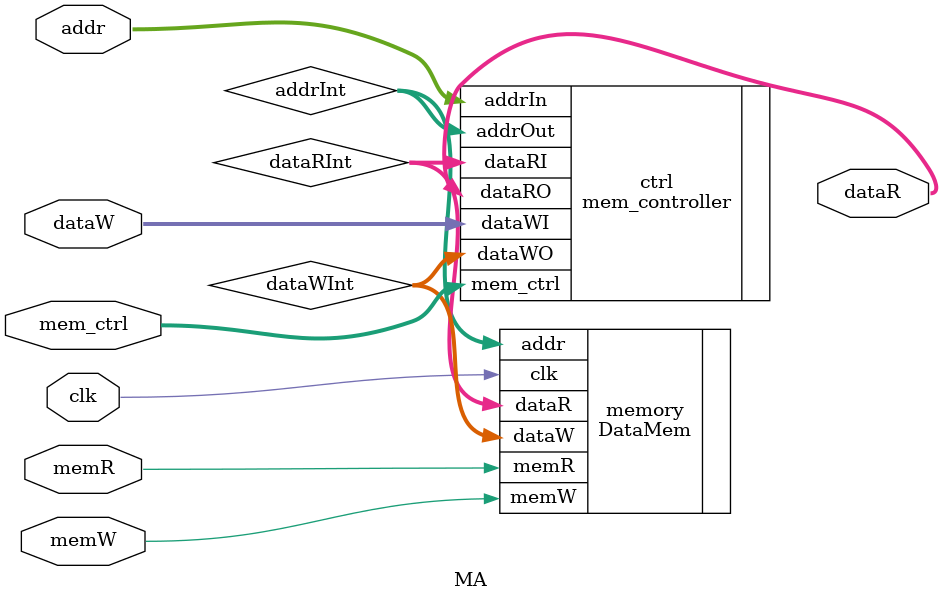
<source format=sv>
/*
memctrl┌──────────────────────────────┐
 ──────►        mem_controller        │
 [2:0] │   ┌──────────────────────┐   │
       │   │                      │   │
 addr  │   │                      │   │dataR
 ──────►   │addr  ┌────────┐dataR │   ├──────►
 [31:0]│   ├──────►        ├──────►   │[31:0]
       │   │[11:0]│        │[31:0]│   │ 
 	   │   │      │DataMem │      │   │
 dataW │   │dataW │        │      │   │
 ──────►   ├──────►        │      │   │
 [31:0]│   │[31:0]└─▲────▲─┘      │   │
       └───┘        │    │        └───┘
                    │   memW
                   memR
*/

module MA(dataR, dataW, addr, mem_ctrl, memR, memW, clk);
	input logic [31:0] addr;
	input logic [31:0] dataW; 
	input bit memR; 
	input bit memW; 
	input bit clk;
	input logic [2:0] mem_ctrl;
	output logic [31:0] dataR; 
	
	logic [11:0] addrInt;
	logic [31:0] dataWInt;
	logic [31:0] dataRInt;
	
	mem_controller ctrl(.dataRI(dataRInt),
						.dataRO(dataR),
						.addrIn(addr),
						.addrOut(addrInt), 
						.dataWI(dataW), 
						.dataWO(dataWInt), 
						.mem_ctrl(mem_ctrl)
					   );
	
	DataMem memory(.addr(addrInt), 
				   .dataW(dataWInt), 
				   .dataR(dataRInt), 
				   .memR(memR), 
				   .memW(memW), 
				   .clk(clk)
				  );
endmodule
	
</source>
